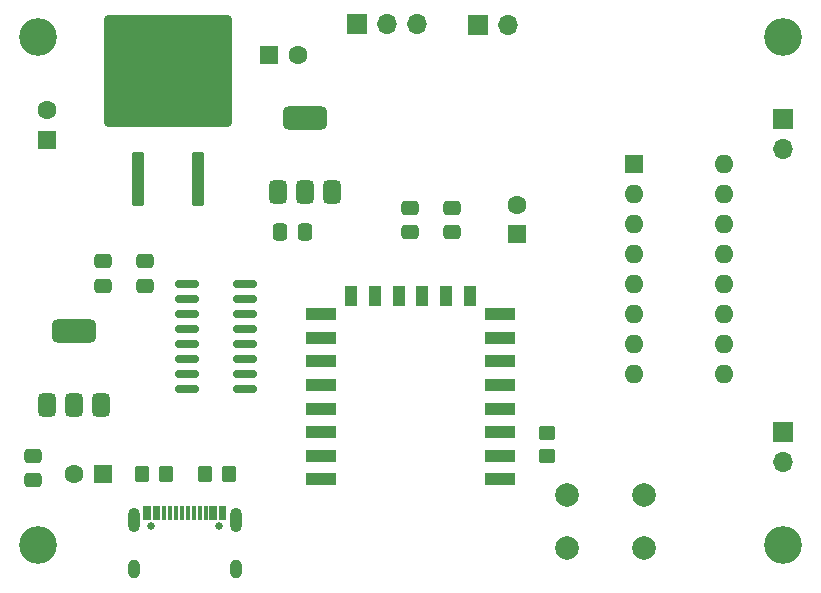
<source format=gbr>
%TF.GenerationSoftware,KiCad,Pcbnew,8.0.0*%
%TF.CreationDate,2024-04-09T18:41:08+07:00*%
%TF.ProjectId,robotika,726f626f-7469-46b6-912e-6b696361645f,rev?*%
%TF.SameCoordinates,Original*%
%TF.FileFunction,Soldermask,Top*%
%TF.FilePolarity,Negative*%
%FSLAX46Y46*%
G04 Gerber Fmt 4.6, Leading zero omitted, Abs format (unit mm)*
G04 Created by KiCad (PCBNEW 8.0.0) date 2024-04-09 18:41:08*
%MOMM*%
%LPD*%
G01*
G04 APERTURE LIST*
G04 Aperture macros list*
%AMRoundRect*
0 Rectangle with rounded corners*
0 $1 Rounding radius*
0 $2 $3 $4 $5 $6 $7 $8 $9 X,Y pos of 4 corners*
0 Add a 4 corners polygon primitive as box body*
4,1,4,$2,$3,$4,$5,$6,$7,$8,$9,$2,$3,0*
0 Add four circle primitives for the rounded corners*
1,1,$1+$1,$2,$3*
1,1,$1+$1,$4,$5*
1,1,$1+$1,$6,$7*
1,1,$1+$1,$8,$9*
0 Add four rect primitives between the rounded corners*
20,1,$1+$1,$2,$3,$4,$5,0*
20,1,$1+$1,$4,$5,$6,$7,0*
20,1,$1+$1,$6,$7,$8,$9,0*
20,1,$1+$1,$8,$9,$2,$3,0*%
G04 Aperture macros list end*
%ADD10RoundRect,0.250000X0.475000X-0.337500X0.475000X0.337500X-0.475000X0.337500X-0.475000X-0.337500X0*%
%ADD11R,1.600000X1.600000*%
%ADD12O,1.600000X1.600000*%
%ADD13RoundRect,0.250000X0.300000X-2.050000X0.300000X2.050000X-0.300000X2.050000X-0.300000X-2.050000X0*%
%ADD14RoundRect,0.250002X5.149998X-4.449998X5.149998X4.449998X-5.149998X4.449998X-5.149998X-4.449998X0*%
%ADD15R,1.700000X1.700000*%
%ADD16O,1.700000X1.700000*%
%ADD17C,3.200000*%
%ADD18RoundRect,0.375000X0.375000X-0.625000X0.375000X0.625000X-0.375000X0.625000X-0.375000X-0.625000X0*%
%ADD19RoundRect,0.500000X1.400000X-0.500000X1.400000X0.500000X-1.400000X0.500000X-1.400000X-0.500000X0*%
%ADD20R,2.500000X1.000000*%
%ADD21R,1.000000X1.800000*%
%ADD22RoundRect,0.150000X-0.825000X-0.150000X0.825000X-0.150000X0.825000X0.150000X-0.825000X0.150000X0*%
%ADD23C,2.000000*%
%ADD24RoundRect,0.250000X-0.450000X0.350000X-0.450000X-0.350000X0.450000X-0.350000X0.450000X0.350000X0*%
%ADD25RoundRect,0.250000X-0.350000X-0.450000X0.350000X-0.450000X0.350000X0.450000X-0.350000X0.450000X0*%
%ADD26C,0.650000*%
%ADD27R,0.300000X1.150000*%
%ADD28O,1.000000X2.100000*%
%ADD29O,1.000000X1.600000*%
%ADD30C,1.600000*%
%ADD31RoundRect,0.250000X0.337500X0.475000X-0.337500X0.475000X-0.337500X-0.475000X0.337500X-0.475000X0*%
%ADD32RoundRect,0.250000X-0.475000X0.337500X-0.475000X-0.337500X0.475000X-0.337500X0.475000X0.337500X0*%
G04 APERTURE END LIST*
D10*
%TO.C,C6*%
X135000000Y-90037500D03*
X135000000Y-87962500D03*
%TD*%
%TO.C,C3*%
X109000000Y-94537500D03*
X109000000Y-92462500D03*
%TD*%
D11*
%TO.C,U6*%
X153900000Y-84290000D03*
D12*
X153900000Y-86830000D03*
X153900000Y-89370000D03*
X153900000Y-91910000D03*
X153900000Y-94450000D03*
X153900000Y-96990000D03*
X153900000Y-99530000D03*
X153900000Y-102070000D03*
X161520000Y-102070000D03*
X161520000Y-99530000D03*
X161520000Y-96990000D03*
X161520000Y-94450000D03*
X161520000Y-91910000D03*
X161520000Y-89370000D03*
X161520000Y-86830000D03*
X161520000Y-84290000D03*
%TD*%
D13*
%TO.C,U5*%
X111920000Y-85500000D03*
D14*
X114460000Y-76350000D03*
D13*
X117000000Y-85500000D03*
%TD*%
D15*
%TO.C,SW2*%
X130450000Y-72420000D03*
D16*
X132990000Y-72420000D03*
X135530000Y-72420000D03*
%TD*%
D15*
%TO.C,J4*%
X166500000Y-80460000D03*
D16*
X166500000Y-83000000D03*
%TD*%
D15*
%TO.C,J3*%
X166500000Y-106960000D03*
D16*
X166500000Y-109500000D03*
%TD*%
D15*
%TO.C,J2*%
X140725000Y-72500000D03*
D16*
X143265000Y-72500000D03*
%TD*%
D17*
%TO.C,H4*%
X103500000Y-73500000D03*
%TD*%
%TO.C,H3*%
X103500000Y-116500000D03*
%TD*%
%TO.C,H2*%
X166500000Y-73500000D03*
%TD*%
%TO.C,H1*%
X166500000Y-116500000D03*
%TD*%
D18*
%TO.C,U4*%
X123775000Y-86650000D03*
X126075000Y-86650000D03*
D19*
X126075000Y-80350000D03*
D18*
X128375000Y-86650000D03*
%TD*%
D20*
%TO.C,U3*%
X142600000Y-110950000D03*
X142600000Y-108950000D03*
X142600000Y-106950000D03*
X142600000Y-104950000D03*
X142600000Y-102950000D03*
X142600000Y-100950000D03*
X142600000Y-98950000D03*
X142600000Y-96950000D03*
D21*
X140000000Y-95450000D03*
X138000000Y-95450000D03*
X136000000Y-95450000D03*
X134000000Y-95450000D03*
X132000000Y-95450000D03*
X130000000Y-95450000D03*
D20*
X127400000Y-96950000D03*
X127400000Y-98950000D03*
X127400000Y-100950000D03*
X127400000Y-102950000D03*
X127400000Y-104950000D03*
X127400000Y-106950000D03*
X127400000Y-108950000D03*
X127400000Y-110950000D03*
%TD*%
D22*
%TO.C,U2*%
X116050000Y-94380000D03*
X116050000Y-95650000D03*
X116050000Y-96920000D03*
X116050000Y-98190000D03*
X116050000Y-99460000D03*
X116050000Y-100730000D03*
X116050000Y-102000000D03*
X116050000Y-103270000D03*
X121000000Y-103270000D03*
X121000000Y-102000000D03*
X121000000Y-100730000D03*
X121000000Y-99460000D03*
X121000000Y-98190000D03*
X121000000Y-96920000D03*
X121000000Y-95650000D03*
X121000000Y-94380000D03*
%TD*%
D18*
%TO.C,U1*%
X104200000Y-104650000D03*
X106500000Y-104650000D03*
D19*
X106500000Y-98350000D03*
D18*
X108800000Y-104650000D03*
%TD*%
D23*
%TO.C,SW1*%
X148250000Y-112250000D03*
X154750000Y-112250000D03*
X148250000Y-116750000D03*
X154750000Y-116750000D03*
%TD*%
D24*
%TO.C,R3*%
X146558000Y-107000000D03*
X146558000Y-109000000D03*
%TD*%
D25*
%TO.C,R2*%
X112284000Y-110490000D03*
X114284000Y-110490000D03*
%TD*%
%TO.C,R1*%
X117618000Y-110490000D03*
X119618000Y-110490000D03*
%TD*%
D26*
%TO.C,J1*%
X113010000Y-114895000D03*
X118790000Y-114895000D03*
D27*
X112550000Y-113830000D03*
X113350000Y-113830000D03*
X114650000Y-113830000D03*
X115650000Y-113830000D03*
X116150000Y-113830000D03*
X117150000Y-113830000D03*
X118450000Y-113830000D03*
X119250000Y-113830000D03*
X118950000Y-113830000D03*
X118150000Y-113830000D03*
X117650000Y-113830000D03*
X116650000Y-113830000D03*
X115150000Y-113830000D03*
X114150000Y-113830000D03*
X113650000Y-113830000D03*
X112850000Y-113830000D03*
D28*
X111580000Y-114395000D03*
D29*
X111580000Y-118575000D03*
D28*
X120220000Y-114395000D03*
D29*
X120220000Y-118575000D03*
%TD*%
D11*
%TO.C,C10*%
X123000000Y-75000000D03*
D30*
X125500000Y-75000000D03*
%TD*%
D11*
%TO.C,C9*%
X104205112Y-82205112D03*
D30*
X104205112Y-79705112D03*
%TD*%
D31*
%TO.C,C8*%
X126037500Y-90000000D03*
X123962500Y-90000000D03*
%TD*%
D10*
%TO.C,C7*%
X138500000Y-90037500D03*
X138500000Y-87962500D03*
%TD*%
D11*
%TO.C,C5*%
X144000000Y-90205112D03*
D30*
X144000000Y-87705112D03*
%TD*%
D10*
%TO.C,C4*%
X112500000Y-94537500D03*
X112500000Y-92462500D03*
%TD*%
D32*
%TO.C,C2*%
X103000000Y-108962500D03*
X103000000Y-111037500D03*
%TD*%
D11*
%TO.C,C1*%
X109000000Y-110500000D03*
D30*
X106500000Y-110500000D03*
%TD*%
M02*

</source>
